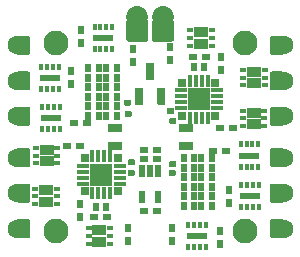
<source format=gbs>
G04 #@! TF.GenerationSoftware,KiCad,Pcbnew,(2018-02-05 revision d1a45d147)-makepkg*
G04 #@! TF.CreationDate,2019-01-14T08:16:46-05:00*
G04 #@! TF.ProjectId,6s4in1,367334696E312E6B696361645F706362,rev?*
G04 #@! TF.SameCoordinates,Original*
G04 #@! TF.FileFunction,Soldermask,Bot*
G04 #@! TF.FilePolarity,Negative*
%FSLAX46Y46*%
G04 Gerber Fmt 4.6, Leading zero omitted, Abs format (unit mm)*
G04 Created by KiCad (PCBNEW (2018-02-05 revision d1a45d147)-makepkg) date 01/14/19 08:16:46*
%MOMM*%
%LPD*%
G01*
G04 APERTURE LIST*
%ADD10C,0.609600*%
%ADD11C,0.100000*%
%ADD12C,1.851600*%
%ADD13C,0.501600*%
%ADD14R,0.501600X0.701600*%
%ADD15C,1.201600*%
%ADD16C,1.601600*%
%ADD17C,0.601600*%
%ADD18C,2.101600*%
%ADD19R,1.301600X0.701600*%
%ADD20R,0.701600X0.601600*%
%ADD21R,0.601600X0.701600*%
%ADD22R,0.351600X0.601600*%
%ADD23R,1.701600X0.581600*%
%ADD24R,1.151600X0.871600*%
%ADD25R,0.571600X0.451600*%
%ADD26C,0.701600*%
%ADD27R,0.501600X1.001600*%
%ADD28R,0.701600X0.701600*%
%ADD29R,0.401600X1.001600*%
%ADD30R,1.901600X1.901600*%
%ADD31R,1.001600X0.401600*%
G04 APERTURE END LIST*
D10*
X29470000Y-21000000D03*
X28920000Y-21000000D03*
X28370000Y-21000000D03*
X28920000Y-21550000D03*
D11*
G36*
X29678789Y-20075092D02*
X29696763Y-20077758D01*
X29714389Y-20082173D01*
X29731498Y-20088294D01*
X29747924Y-20096063D01*
X29763509Y-20105405D01*
X29778104Y-20116229D01*
X29791568Y-20128432D01*
X29803771Y-20141896D01*
X29814595Y-20156491D01*
X29823937Y-20172076D01*
X29831706Y-20188502D01*
X29837827Y-20205611D01*
X29842242Y-20223237D01*
X29844908Y-20241211D01*
X29845800Y-20259360D01*
X29845800Y-21740640D01*
X29844908Y-21758789D01*
X29842242Y-21776763D01*
X29837827Y-21794389D01*
X29831706Y-21811498D01*
X29823937Y-21827924D01*
X29814595Y-21843509D01*
X29803771Y-21858104D01*
X29791568Y-21871568D01*
X29778104Y-21883771D01*
X29763509Y-21894595D01*
X29747924Y-21903937D01*
X29731498Y-21911706D01*
X29714389Y-21917827D01*
X29696763Y-21922242D01*
X29678789Y-21924908D01*
X29660640Y-21925800D01*
X28179360Y-21925800D01*
X28161211Y-21924908D01*
X28143237Y-21922242D01*
X28125611Y-21917827D01*
X28108502Y-21911706D01*
X28092076Y-21903937D01*
X28076491Y-21894595D01*
X28061896Y-21883771D01*
X28048432Y-21871568D01*
X28036229Y-21858104D01*
X28025405Y-21843509D01*
X28016063Y-21827924D01*
X28008294Y-21811498D01*
X28002173Y-21794389D01*
X27997758Y-21776763D01*
X27995092Y-21758789D01*
X27994200Y-21740640D01*
X27994200Y-20259360D01*
X27995092Y-20241211D01*
X27997758Y-20223237D01*
X28002173Y-20205611D01*
X28008294Y-20188502D01*
X28016063Y-20172076D01*
X28025405Y-20156491D01*
X28036229Y-20141896D01*
X28048432Y-20128432D01*
X28061896Y-20116229D01*
X28076491Y-20105405D01*
X28092076Y-20096063D01*
X28108502Y-20088294D01*
X28125611Y-20082173D01*
X28143237Y-20077758D01*
X28161211Y-20075092D01*
X28179360Y-20074200D01*
X29660640Y-20074200D01*
X29678789Y-20075092D01*
X29678789Y-20075092D01*
G37*
D12*
X28920000Y-21000000D03*
D10*
X28370000Y-20450000D03*
X29470000Y-20450000D03*
X28370000Y-21550000D03*
X29470000Y-21550000D03*
D12*
X28920000Y-19800000D03*
D10*
X31630000Y-21000000D03*
X31080000Y-21000000D03*
X30530000Y-21000000D03*
X31080000Y-21550000D03*
D11*
G36*
X31838789Y-20075092D02*
X31856763Y-20077758D01*
X31874389Y-20082173D01*
X31891498Y-20088294D01*
X31907924Y-20096063D01*
X31923509Y-20105405D01*
X31938104Y-20116229D01*
X31951568Y-20128432D01*
X31963771Y-20141896D01*
X31974595Y-20156491D01*
X31983937Y-20172076D01*
X31991706Y-20188502D01*
X31997827Y-20205611D01*
X32002242Y-20223237D01*
X32004908Y-20241211D01*
X32005800Y-20259360D01*
X32005800Y-21740640D01*
X32004908Y-21758789D01*
X32002242Y-21776763D01*
X31997827Y-21794389D01*
X31991706Y-21811498D01*
X31983937Y-21827924D01*
X31974595Y-21843509D01*
X31963771Y-21858104D01*
X31951568Y-21871568D01*
X31938104Y-21883771D01*
X31923509Y-21894595D01*
X31907924Y-21903937D01*
X31891498Y-21911706D01*
X31874389Y-21917827D01*
X31856763Y-21922242D01*
X31838789Y-21924908D01*
X31820640Y-21925800D01*
X30339360Y-21925800D01*
X30321211Y-21924908D01*
X30303237Y-21922242D01*
X30285611Y-21917827D01*
X30268502Y-21911706D01*
X30252076Y-21903937D01*
X30236491Y-21894595D01*
X30221896Y-21883771D01*
X30208432Y-21871568D01*
X30196229Y-21858104D01*
X30185405Y-21843509D01*
X30176063Y-21827924D01*
X30168294Y-21811498D01*
X30162173Y-21794389D01*
X30157758Y-21776763D01*
X30155092Y-21758789D01*
X30154200Y-21740640D01*
X30154200Y-20259360D01*
X30155092Y-20241211D01*
X30157758Y-20223237D01*
X30162173Y-20205611D01*
X30168294Y-20188502D01*
X30176063Y-20172076D01*
X30185405Y-20156491D01*
X30196229Y-20141896D01*
X30208432Y-20128432D01*
X30221896Y-20116229D01*
X30236491Y-20105405D01*
X30252076Y-20096063D01*
X30268502Y-20088294D01*
X30285611Y-20082173D01*
X30303237Y-20077758D01*
X30321211Y-20075092D01*
X30339360Y-20074200D01*
X31820640Y-20074200D01*
X31838789Y-20075092D01*
X31838789Y-20075092D01*
G37*
D12*
X31080000Y-21000000D03*
D10*
X30530000Y-20450000D03*
X31630000Y-20450000D03*
X30530000Y-21550000D03*
X31630000Y-21550000D03*
D12*
X31080000Y-19800000D03*
D11*
G36*
X32117691Y-28369804D02*
X32129864Y-28371610D01*
X32141802Y-28374600D01*
X32153389Y-28378746D01*
X32164513Y-28384007D01*
X32175069Y-28390334D01*
X32184953Y-28397664D01*
X32194071Y-28405929D01*
X32202336Y-28415047D01*
X32209666Y-28424931D01*
X32215993Y-28435487D01*
X32221254Y-28446611D01*
X32225400Y-28458198D01*
X32228390Y-28470136D01*
X32230196Y-28482309D01*
X32230800Y-28494600D01*
X32230800Y-28745400D01*
X32230196Y-28757691D01*
X32228390Y-28769864D01*
X32225400Y-28781802D01*
X32221254Y-28793389D01*
X32215993Y-28804513D01*
X32209666Y-28815069D01*
X32202336Y-28824953D01*
X32194071Y-28834071D01*
X32184953Y-28842336D01*
X32175069Y-28849666D01*
X32164513Y-28855993D01*
X32153389Y-28861254D01*
X32141802Y-28865400D01*
X32129864Y-28868390D01*
X32117691Y-28870196D01*
X32105400Y-28870800D01*
X31754600Y-28870800D01*
X31742309Y-28870196D01*
X31730136Y-28868390D01*
X31718198Y-28865400D01*
X31706611Y-28861254D01*
X31695487Y-28855993D01*
X31684931Y-28849666D01*
X31675047Y-28842336D01*
X31665929Y-28834071D01*
X31657664Y-28824953D01*
X31650334Y-28815069D01*
X31644007Y-28804513D01*
X31638746Y-28793389D01*
X31634600Y-28781802D01*
X31631610Y-28769864D01*
X31629804Y-28757691D01*
X31629200Y-28745400D01*
X31629200Y-28494600D01*
X31629804Y-28482309D01*
X31631610Y-28470136D01*
X31634600Y-28458198D01*
X31638746Y-28446611D01*
X31644007Y-28435487D01*
X31650334Y-28424931D01*
X31657664Y-28415047D01*
X31665929Y-28405929D01*
X31675047Y-28397664D01*
X31684931Y-28390334D01*
X31695487Y-28384007D01*
X31706611Y-28378746D01*
X31718198Y-28374600D01*
X31730136Y-28371610D01*
X31742309Y-28369804D01*
X31754600Y-28369200D01*
X32105400Y-28369200D01*
X32117691Y-28369804D01*
X32117691Y-28369804D01*
G37*
D13*
X31930000Y-28620000D03*
D11*
G36*
X31917691Y-27539804D02*
X31929864Y-27541610D01*
X31941802Y-27544600D01*
X31953389Y-27548746D01*
X31964513Y-27554007D01*
X31975069Y-27560334D01*
X31984953Y-27567664D01*
X31994071Y-27575929D01*
X32002336Y-27585047D01*
X32009666Y-27594931D01*
X32015993Y-27605487D01*
X32021254Y-27616611D01*
X32025400Y-27628198D01*
X32028390Y-27640136D01*
X32030196Y-27652309D01*
X32030800Y-27664600D01*
X32030800Y-27915400D01*
X32030196Y-27927691D01*
X32028390Y-27939864D01*
X32025400Y-27951802D01*
X32021254Y-27963389D01*
X32015993Y-27974513D01*
X32009666Y-27985069D01*
X32002336Y-27994953D01*
X31994071Y-28004071D01*
X31984953Y-28012336D01*
X31975069Y-28019666D01*
X31964513Y-28025993D01*
X31953389Y-28031254D01*
X31941802Y-28035400D01*
X31929864Y-28038390D01*
X31917691Y-28040196D01*
X31905400Y-28040800D01*
X31554600Y-28040800D01*
X31542309Y-28040196D01*
X31530136Y-28038390D01*
X31518198Y-28035400D01*
X31506611Y-28031254D01*
X31495487Y-28025993D01*
X31484931Y-28019666D01*
X31475047Y-28012336D01*
X31465929Y-28004071D01*
X31457664Y-27994953D01*
X31450334Y-27985069D01*
X31444007Y-27974513D01*
X31438746Y-27963389D01*
X31434600Y-27951802D01*
X31431610Y-27939864D01*
X31429804Y-27927691D01*
X31429200Y-27915400D01*
X31429200Y-27664600D01*
X31429804Y-27652309D01*
X31431610Y-27640136D01*
X31434600Y-27628198D01*
X31438746Y-27616611D01*
X31444007Y-27605487D01*
X31450334Y-27594931D01*
X31457664Y-27585047D01*
X31465929Y-27575929D01*
X31475047Y-27567664D01*
X31484931Y-27560334D01*
X31495487Y-27554007D01*
X31506611Y-27548746D01*
X31518198Y-27544600D01*
X31530136Y-27541610D01*
X31542309Y-27539804D01*
X31554600Y-27539200D01*
X31905400Y-27539200D01*
X31917691Y-27539804D01*
X31917691Y-27539804D01*
G37*
D13*
X31730000Y-27790000D03*
D11*
G36*
X28327691Y-27829804D02*
X28339864Y-27831610D01*
X28351802Y-27834600D01*
X28363389Y-27838746D01*
X28374513Y-27844007D01*
X28385069Y-27850334D01*
X28394953Y-27857664D01*
X28404071Y-27865929D01*
X28412336Y-27875047D01*
X28419666Y-27884931D01*
X28425993Y-27895487D01*
X28431254Y-27906611D01*
X28435400Y-27918198D01*
X28438390Y-27930136D01*
X28440196Y-27942309D01*
X28440800Y-27954600D01*
X28440800Y-28205400D01*
X28440196Y-28217691D01*
X28438390Y-28229864D01*
X28435400Y-28241802D01*
X28431254Y-28253389D01*
X28425993Y-28264513D01*
X28419666Y-28275069D01*
X28412336Y-28284953D01*
X28404071Y-28294071D01*
X28394953Y-28302336D01*
X28385069Y-28309666D01*
X28374513Y-28315993D01*
X28363389Y-28321254D01*
X28351802Y-28325400D01*
X28339864Y-28328390D01*
X28327691Y-28330196D01*
X28315400Y-28330800D01*
X27964600Y-28330800D01*
X27952309Y-28330196D01*
X27940136Y-28328390D01*
X27928198Y-28325400D01*
X27916611Y-28321254D01*
X27905487Y-28315993D01*
X27894931Y-28309666D01*
X27885047Y-28302336D01*
X27875929Y-28294071D01*
X27867664Y-28284953D01*
X27860334Y-28275069D01*
X27854007Y-28264513D01*
X27848746Y-28253389D01*
X27844600Y-28241802D01*
X27841610Y-28229864D01*
X27839804Y-28217691D01*
X27839200Y-28205400D01*
X27839200Y-27954600D01*
X27839804Y-27942309D01*
X27841610Y-27930136D01*
X27844600Y-27918198D01*
X27848746Y-27906611D01*
X27854007Y-27895487D01*
X27860334Y-27884931D01*
X27867664Y-27875047D01*
X27875929Y-27865929D01*
X27885047Y-27857664D01*
X27894931Y-27850334D01*
X27905487Y-27844007D01*
X27916611Y-27838746D01*
X27928198Y-27834600D01*
X27940136Y-27831610D01*
X27952309Y-27829804D01*
X27964600Y-27829200D01*
X28315400Y-27829200D01*
X28327691Y-27829804D01*
X28327691Y-27829804D01*
G37*
D13*
X28140000Y-28080000D03*
D11*
G36*
X28297691Y-26839804D02*
X28309864Y-26841610D01*
X28321802Y-26844600D01*
X28333389Y-26848746D01*
X28344513Y-26854007D01*
X28355069Y-26860334D01*
X28364953Y-26867664D01*
X28374071Y-26875929D01*
X28382336Y-26885047D01*
X28389666Y-26894931D01*
X28395993Y-26905487D01*
X28401254Y-26916611D01*
X28405400Y-26928198D01*
X28408390Y-26940136D01*
X28410196Y-26952309D01*
X28410800Y-26964600D01*
X28410800Y-27215400D01*
X28410196Y-27227691D01*
X28408390Y-27239864D01*
X28405400Y-27251802D01*
X28401254Y-27263389D01*
X28395993Y-27274513D01*
X28389666Y-27285069D01*
X28382336Y-27294953D01*
X28374071Y-27304071D01*
X28364953Y-27312336D01*
X28355069Y-27319666D01*
X28344513Y-27325993D01*
X28333389Y-27331254D01*
X28321802Y-27335400D01*
X28309864Y-27338390D01*
X28297691Y-27340196D01*
X28285400Y-27340800D01*
X27934600Y-27340800D01*
X27922309Y-27340196D01*
X27910136Y-27338390D01*
X27898198Y-27335400D01*
X27886611Y-27331254D01*
X27875487Y-27325993D01*
X27864931Y-27319666D01*
X27855047Y-27312336D01*
X27845929Y-27304071D01*
X27837664Y-27294953D01*
X27830334Y-27285069D01*
X27824007Y-27274513D01*
X27818746Y-27263389D01*
X27814600Y-27251802D01*
X27811610Y-27239864D01*
X27809804Y-27227691D01*
X27809200Y-27215400D01*
X27809200Y-26964600D01*
X27809804Y-26952309D01*
X27811610Y-26940136D01*
X27814600Y-26928198D01*
X27818746Y-26916611D01*
X27824007Y-26905487D01*
X27830334Y-26894931D01*
X27837664Y-26885047D01*
X27845929Y-26875929D01*
X27855047Y-26867664D01*
X27864931Y-26860334D01*
X27875487Y-26854007D01*
X27886611Y-26848746D01*
X27898198Y-26844600D01*
X27910136Y-26841610D01*
X27922309Y-26839804D01*
X27934600Y-26839200D01*
X28285400Y-26839200D01*
X28297691Y-26839804D01*
X28297691Y-26839804D01*
G37*
D13*
X28110000Y-27090000D03*
D11*
G36*
X28587691Y-32779804D02*
X28599864Y-32781610D01*
X28611802Y-32784600D01*
X28623389Y-32788746D01*
X28634513Y-32794007D01*
X28645069Y-32800334D01*
X28654953Y-32807664D01*
X28664071Y-32815929D01*
X28672336Y-32825047D01*
X28679666Y-32834931D01*
X28685993Y-32845487D01*
X28691254Y-32856611D01*
X28695400Y-32868198D01*
X28698390Y-32880136D01*
X28700196Y-32892309D01*
X28700800Y-32904600D01*
X28700800Y-33155400D01*
X28700196Y-33167691D01*
X28698390Y-33179864D01*
X28695400Y-33191802D01*
X28691254Y-33203389D01*
X28685993Y-33214513D01*
X28679666Y-33225069D01*
X28672336Y-33234953D01*
X28664071Y-33244071D01*
X28654953Y-33252336D01*
X28645069Y-33259666D01*
X28634513Y-33265993D01*
X28623389Y-33271254D01*
X28611802Y-33275400D01*
X28599864Y-33278390D01*
X28587691Y-33280196D01*
X28575400Y-33280800D01*
X28224600Y-33280800D01*
X28212309Y-33280196D01*
X28200136Y-33278390D01*
X28188198Y-33275400D01*
X28176611Y-33271254D01*
X28165487Y-33265993D01*
X28154931Y-33259666D01*
X28145047Y-33252336D01*
X28135929Y-33244071D01*
X28127664Y-33234953D01*
X28120334Y-33225069D01*
X28114007Y-33214513D01*
X28108746Y-33203389D01*
X28104600Y-33191802D01*
X28101610Y-33179864D01*
X28099804Y-33167691D01*
X28099200Y-33155400D01*
X28099200Y-32904600D01*
X28099804Y-32892309D01*
X28101610Y-32880136D01*
X28104600Y-32868198D01*
X28108746Y-32856611D01*
X28114007Y-32845487D01*
X28120334Y-32834931D01*
X28127664Y-32825047D01*
X28135929Y-32815929D01*
X28145047Y-32807664D01*
X28154931Y-32800334D01*
X28165487Y-32794007D01*
X28176611Y-32788746D01*
X28188198Y-32784600D01*
X28200136Y-32781610D01*
X28212309Y-32779804D01*
X28224600Y-32779200D01*
X28575400Y-32779200D01*
X28587691Y-32779804D01*
X28587691Y-32779804D01*
G37*
D13*
X28400000Y-33030000D03*
D11*
G36*
X28607691Y-31879804D02*
X28619864Y-31881610D01*
X28631802Y-31884600D01*
X28643389Y-31888746D01*
X28654513Y-31894007D01*
X28665069Y-31900334D01*
X28674953Y-31907664D01*
X28684071Y-31915929D01*
X28692336Y-31925047D01*
X28699666Y-31934931D01*
X28705993Y-31945487D01*
X28711254Y-31956611D01*
X28715400Y-31968198D01*
X28718390Y-31980136D01*
X28720196Y-31992309D01*
X28720800Y-32004600D01*
X28720800Y-32255400D01*
X28720196Y-32267691D01*
X28718390Y-32279864D01*
X28715400Y-32291802D01*
X28711254Y-32303389D01*
X28705993Y-32314513D01*
X28699666Y-32325069D01*
X28692336Y-32334953D01*
X28684071Y-32344071D01*
X28674953Y-32352336D01*
X28665069Y-32359666D01*
X28654513Y-32365993D01*
X28643389Y-32371254D01*
X28631802Y-32375400D01*
X28619864Y-32378390D01*
X28607691Y-32380196D01*
X28595400Y-32380800D01*
X28244600Y-32380800D01*
X28232309Y-32380196D01*
X28220136Y-32378390D01*
X28208198Y-32375400D01*
X28196611Y-32371254D01*
X28185487Y-32365993D01*
X28174931Y-32359666D01*
X28165047Y-32352336D01*
X28155929Y-32344071D01*
X28147664Y-32334953D01*
X28140334Y-32325069D01*
X28134007Y-32314513D01*
X28128746Y-32303389D01*
X28124600Y-32291802D01*
X28121610Y-32279864D01*
X28119804Y-32267691D01*
X28119200Y-32255400D01*
X28119200Y-32004600D01*
X28119804Y-31992309D01*
X28121610Y-31980136D01*
X28124600Y-31968198D01*
X28128746Y-31956611D01*
X28134007Y-31945487D01*
X28140334Y-31934931D01*
X28147664Y-31925047D01*
X28155929Y-31915929D01*
X28165047Y-31907664D01*
X28174931Y-31900334D01*
X28185487Y-31894007D01*
X28196611Y-31888746D01*
X28208198Y-31884600D01*
X28220136Y-31881610D01*
X28232309Y-31879804D01*
X28244600Y-31879200D01*
X28595400Y-31879200D01*
X28607691Y-31879804D01*
X28607691Y-31879804D01*
G37*
D13*
X28420000Y-32130000D03*
D11*
G36*
X32057691Y-32809804D02*
X32069864Y-32811610D01*
X32081802Y-32814600D01*
X32093389Y-32818746D01*
X32104513Y-32824007D01*
X32115069Y-32830334D01*
X32124953Y-32837664D01*
X32134071Y-32845929D01*
X32142336Y-32855047D01*
X32149666Y-32864931D01*
X32155993Y-32875487D01*
X32161254Y-32886611D01*
X32165400Y-32898198D01*
X32168390Y-32910136D01*
X32170196Y-32922309D01*
X32170800Y-32934600D01*
X32170800Y-33185400D01*
X32170196Y-33197691D01*
X32168390Y-33209864D01*
X32165400Y-33221802D01*
X32161254Y-33233389D01*
X32155993Y-33244513D01*
X32149666Y-33255069D01*
X32142336Y-33264953D01*
X32134071Y-33274071D01*
X32124953Y-33282336D01*
X32115069Y-33289666D01*
X32104513Y-33295993D01*
X32093389Y-33301254D01*
X32081802Y-33305400D01*
X32069864Y-33308390D01*
X32057691Y-33310196D01*
X32045400Y-33310800D01*
X31694600Y-33310800D01*
X31682309Y-33310196D01*
X31670136Y-33308390D01*
X31658198Y-33305400D01*
X31646611Y-33301254D01*
X31635487Y-33295993D01*
X31624931Y-33289666D01*
X31615047Y-33282336D01*
X31605929Y-33274071D01*
X31597664Y-33264953D01*
X31590334Y-33255069D01*
X31584007Y-33244513D01*
X31578746Y-33233389D01*
X31574600Y-33221802D01*
X31571610Y-33209864D01*
X31569804Y-33197691D01*
X31569200Y-33185400D01*
X31569200Y-32934600D01*
X31569804Y-32922309D01*
X31571610Y-32910136D01*
X31574600Y-32898198D01*
X31578746Y-32886611D01*
X31584007Y-32875487D01*
X31590334Y-32864931D01*
X31597664Y-32855047D01*
X31605929Y-32845929D01*
X31615047Y-32837664D01*
X31624931Y-32830334D01*
X31635487Y-32824007D01*
X31646611Y-32818746D01*
X31658198Y-32814600D01*
X31670136Y-32811610D01*
X31682309Y-32809804D01*
X31694600Y-32809200D01*
X32045400Y-32809200D01*
X32057691Y-32809804D01*
X32057691Y-32809804D01*
G37*
D13*
X31870000Y-33060000D03*
D11*
G36*
X32097691Y-32039804D02*
X32109864Y-32041610D01*
X32121802Y-32044600D01*
X32133389Y-32048746D01*
X32144513Y-32054007D01*
X32155069Y-32060334D01*
X32164953Y-32067664D01*
X32174071Y-32075929D01*
X32182336Y-32085047D01*
X32189666Y-32094931D01*
X32195993Y-32105487D01*
X32201254Y-32116611D01*
X32205400Y-32128198D01*
X32208390Y-32140136D01*
X32210196Y-32152309D01*
X32210800Y-32164600D01*
X32210800Y-32415400D01*
X32210196Y-32427691D01*
X32208390Y-32439864D01*
X32205400Y-32451802D01*
X32201254Y-32463389D01*
X32195993Y-32474513D01*
X32189666Y-32485069D01*
X32182336Y-32494953D01*
X32174071Y-32504071D01*
X32164953Y-32512336D01*
X32155069Y-32519666D01*
X32144513Y-32525993D01*
X32133389Y-32531254D01*
X32121802Y-32535400D01*
X32109864Y-32538390D01*
X32097691Y-32540196D01*
X32085400Y-32540800D01*
X31734600Y-32540800D01*
X31722309Y-32540196D01*
X31710136Y-32538390D01*
X31698198Y-32535400D01*
X31686611Y-32531254D01*
X31675487Y-32525993D01*
X31664931Y-32519666D01*
X31655047Y-32512336D01*
X31645929Y-32504071D01*
X31637664Y-32494953D01*
X31630334Y-32485069D01*
X31624007Y-32474513D01*
X31618746Y-32463389D01*
X31614600Y-32451802D01*
X31611610Y-32439864D01*
X31609804Y-32427691D01*
X31609200Y-32415400D01*
X31609200Y-32164600D01*
X31609804Y-32152309D01*
X31611610Y-32140136D01*
X31614600Y-32128198D01*
X31618746Y-32116611D01*
X31624007Y-32105487D01*
X31630334Y-32094931D01*
X31637664Y-32085047D01*
X31645929Y-32075929D01*
X31655047Y-32067664D01*
X31664931Y-32060334D01*
X31675487Y-32054007D01*
X31686611Y-32048746D01*
X31698198Y-32044600D01*
X31710136Y-32041610D01*
X31722309Y-32039804D01*
X31734600Y-32039200D01*
X32085400Y-32039200D01*
X32097691Y-32039804D01*
X32097691Y-32039804D01*
G37*
D13*
X31910000Y-32290000D03*
D14*
X32839336Y-35836136D03*
X33739336Y-35836136D03*
D11*
G36*
X19688227Y-36950068D02*
X19705723Y-36952663D01*
X19722881Y-36956961D01*
X19739535Y-36962920D01*
X19755525Y-36970483D01*
X19770696Y-36979576D01*
X19784903Y-36990113D01*
X19798009Y-37001991D01*
X19809887Y-37015097D01*
X19820424Y-37029304D01*
X19829517Y-37044475D01*
X19837080Y-37060465D01*
X19843039Y-37077119D01*
X19847337Y-37094277D01*
X19849932Y-37111773D01*
X19850800Y-37129440D01*
X19850800Y-38370560D01*
X19849932Y-38388227D01*
X19847337Y-38405723D01*
X19843039Y-38422881D01*
X19837080Y-38439535D01*
X19829517Y-38455525D01*
X19820424Y-38470696D01*
X19809887Y-38484903D01*
X19798009Y-38498009D01*
X19784903Y-38509887D01*
X19770696Y-38520424D01*
X19755525Y-38529517D01*
X19739535Y-38537080D01*
X19722881Y-38543039D01*
X19705723Y-38547337D01*
X19688227Y-38549932D01*
X19670560Y-38550800D01*
X18829440Y-38550800D01*
X18811773Y-38549932D01*
X18794277Y-38547337D01*
X18777119Y-38543039D01*
X18760465Y-38537080D01*
X18744475Y-38529517D01*
X18729304Y-38520424D01*
X18715097Y-38509887D01*
X18701991Y-38498009D01*
X18690113Y-38484903D01*
X18679576Y-38470696D01*
X18670483Y-38455525D01*
X18662920Y-38439535D01*
X18656961Y-38422881D01*
X18652663Y-38405723D01*
X18650068Y-38388227D01*
X18649200Y-38370560D01*
X18649200Y-37129440D01*
X18650068Y-37111773D01*
X18652663Y-37094277D01*
X18656961Y-37077119D01*
X18662920Y-37060465D01*
X18670483Y-37044475D01*
X18679576Y-37029304D01*
X18690113Y-37015097D01*
X18701991Y-37001991D01*
X18715097Y-36990113D01*
X18729304Y-36979576D01*
X18744475Y-36970483D01*
X18760465Y-36962920D01*
X18777119Y-36956961D01*
X18794277Y-36952663D01*
X18811773Y-36950068D01*
X18829440Y-36949200D01*
X19670560Y-36949200D01*
X19688227Y-36950068D01*
X19688227Y-36950068D01*
G37*
D15*
X19250000Y-37750000D03*
D16*
X18700000Y-37750000D03*
D17*
X19550000Y-37250000D03*
X19550000Y-38250000D03*
D11*
G36*
X41188227Y-36950068D02*
X41205723Y-36952663D01*
X41222881Y-36956961D01*
X41239535Y-36962920D01*
X41255525Y-36970483D01*
X41270696Y-36979576D01*
X41284903Y-36990113D01*
X41298009Y-37001991D01*
X41309887Y-37015097D01*
X41320424Y-37029304D01*
X41329517Y-37044475D01*
X41337080Y-37060465D01*
X41343039Y-37077119D01*
X41347337Y-37094277D01*
X41349932Y-37111773D01*
X41350800Y-37129440D01*
X41350800Y-38370560D01*
X41349932Y-38388227D01*
X41347337Y-38405723D01*
X41343039Y-38422881D01*
X41337080Y-38439535D01*
X41329517Y-38455525D01*
X41320424Y-38470696D01*
X41309887Y-38484903D01*
X41298009Y-38498009D01*
X41284903Y-38509887D01*
X41270696Y-38520424D01*
X41255525Y-38529517D01*
X41239535Y-38537080D01*
X41222881Y-38543039D01*
X41205723Y-38547337D01*
X41188227Y-38549932D01*
X41170560Y-38550800D01*
X40329440Y-38550800D01*
X40311773Y-38549932D01*
X40294277Y-38547337D01*
X40277119Y-38543039D01*
X40260465Y-38537080D01*
X40244475Y-38529517D01*
X40229304Y-38520424D01*
X40215097Y-38509887D01*
X40201991Y-38498009D01*
X40190113Y-38484903D01*
X40179576Y-38470696D01*
X40170483Y-38455525D01*
X40162920Y-38439535D01*
X40156961Y-38422881D01*
X40152663Y-38405723D01*
X40150068Y-38388227D01*
X40149200Y-38370560D01*
X40149200Y-37129440D01*
X40150068Y-37111773D01*
X40152663Y-37094277D01*
X40156961Y-37077119D01*
X40162920Y-37060465D01*
X40170483Y-37044475D01*
X40179576Y-37029304D01*
X40190113Y-37015097D01*
X40201991Y-37001991D01*
X40215097Y-36990113D01*
X40229304Y-36979576D01*
X40244475Y-36970483D01*
X40260465Y-36962920D01*
X40277119Y-36956961D01*
X40294277Y-36952663D01*
X40311773Y-36950068D01*
X40329440Y-36949200D01*
X41170560Y-36949200D01*
X41188227Y-36950068D01*
X41188227Y-36950068D01*
G37*
D15*
X40750000Y-37750000D03*
D16*
X41300000Y-37750000D03*
D17*
X40450000Y-37250000D03*
X40450000Y-38250000D03*
D14*
X27160000Y-24970000D03*
X26260000Y-24970000D03*
D11*
G36*
X19688227Y-33950068D02*
X19705723Y-33952663D01*
X19722881Y-33956961D01*
X19739535Y-33962920D01*
X19755525Y-33970483D01*
X19770696Y-33979576D01*
X19784903Y-33990113D01*
X19798009Y-34001991D01*
X19809887Y-34015097D01*
X19820424Y-34029304D01*
X19829517Y-34044475D01*
X19837080Y-34060465D01*
X19843039Y-34077119D01*
X19847337Y-34094277D01*
X19849932Y-34111773D01*
X19850800Y-34129440D01*
X19850800Y-35370560D01*
X19849932Y-35388227D01*
X19847337Y-35405723D01*
X19843039Y-35422881D01*
X19837080Y-35439535D01*
X19829517Y-35455525D01*
X19820424Y-35470696D01*
X19809887Y-35484903D01*
X19798009Y-35498009D01*
X19784903Y-35509887D01*
X19770696Y-35520424D01*
X19755525Y-35529517D01*
X19739535Y-35537080D01*
X19722881Y-35543039D01*
X19705723Y-35547337D01*
X19688227Y-35549932D01*
X19670560Y-35550800D01*
X18829440Y-35550800D01*
X18811773Y-35549932D01*
X18794277Y-35547337D01*
X18777119Y-35543039D01*
X18760465Y-35537080D01*
X18744475Y-35529517D01*
X18729304Y-35520424D01*
X18715097Y-35509887D01*
X18701991Y-35498009D01*
X18690113Y-35484903D01*
X18679576Y-35470696D01*
X18670483Y-35455525D01*
X18662920Y-35439535D01*
X18656961Y-35422881D01*
X18652663Y-35405723D01*
X18650068Y-35388227D01*
X18649200Y-35370560D01*
X18649200Y-34129440D01*
X18650068Y-34111773D01*
X18652663Y-34094277D01*
X18656961Y-34077119D01*
X18662920Y-34060465D01*
X18670483Y-34044475D01*
X18679576Y-34029304D01*
X18690113Y-34015097D01*
X18701991Y-34001991D01*
X18715097Y-33990113D01*
X18729304Y-33979576D01*
X18744475Y-33970483D01*
X18760465Y-33962920D01*
X18777119Y-33956961D01*
X18794277Y-33952663D01*
X18811773Y-33950068D01*
X18829440Y-33949200D01*
X19670560Y-33949200D01*
X19688227Y-33950068D01*
X19688227Y-33950068D01*
G37*
D15*
X19250000Y-34750000D03*
D16*
X18700000Y-34750000D03*
D17*
X19550000Y-34250000D03*
X19550000Y-35250000D03*
D11*
G36*
X19688227Y-21450068D02*
X19705723Y-21452663D01*
X19722881Y-21456961D01*
X19739535Y-21462920D01*
X19755525Y-21470483D01*
X19770696Y-21479576D01*
X19784903Y-21490113D01*
X19798009Y-21501991D01*
X19809887Y-21515097D01*
X19820424Y-21529304D01*
X19829517Y-21544475D01*
X19837080Y-21560465D01*
X19843039Y-21577119D01*
X19847337Y-21594277D01*
X19849932Y-21611773D01*
X19850800Y-21629440D01*
X19850800Y-22870560D01*
X19849932Y-22888227D01*
X19847337Y-22905723D01*
X19843039Y-22922881D01*
X19837080Y-22939535D01*
X19829517Y-22955525D01*
X19820424Y-22970696D01*
X19809887Y-22984903D01*
X19798009Y-22998009D01*
X19784903Y-23009887D01*
X19770696Y-23020424D01*
X19755525Y-23029517D01*
X19739535Y-23037080D01*
X19722881Y-23043039D01*
X19705723Y-23047337D01*
X19688227Y-23049932D01*
X19670560Y-23050800D01*
X18829440Y-23050800D01*
X18811773Y-23049932D01*
X18794277Y-23047337D01*
X18777119Y-23043039D01*
X18760465Y-23037080D01*
X18744475Y-23029517D01*
X18729304Y-23020424D01*
X18715097Y-23009887D01*
X18701991Y-22998009D01*
X18690113Y-22984903D01*
X18679576Y-22970696D01*
X18670483Y-22955525D01*
X18662920Y-22939535D01*
X18656961Y-22922881D01*
X18652663Y-22905723D01*
X18650068Y-22888227D01*
X18649200Y-22870560D01*
X18649200Y-21629440D01*
X18650068Y-21611773D01*
X18652663Y-21594277D01*
X18656961Y-21577119D01*
X18662920Y-21560465D01*
X18670483Y-21544475D01*
X18679576Y-21529304D01*
X18690113Y-21515097D01*
X18701991Y-21501991D01*
X18715097Y-21490113D01*
X18729304Y-21479576D01*
X18744475Y-21470483D01*
X18760465Y-21462920D01*
X18777119Y-21456961D01*
X18794277Y-21452663D01*
X18811773Y-21450068D01*
X18829440Y-21449200D01*
X19670560Y-21449200D01*
X19688227Y-21450068D01*
X19688227Y-21450068D01*
G37*
D15*
X19250000Y-22250000D03*
D16*
X18700000Y-22250000D03*
D17*
X19550000Y-22750000D03*
X19550000Y-21750000D03*
D14*
X24760664Y-25773864D03*
X25660664Y-25773864D03*
X24760000Y-24970000D03*
X25660000Y-24970000D03*
X27160000Y-26580000D03*
X26260000Y-26580000D03*
D18*
X22000000Y-22000000D03*
D11*
G36*
X19688227Y-30950068D02*
X19705723Y-30952663D01*
X19722881Y-30956961D01*
X19739535Y-30962920D01*
X19755525Y-30970483D01*
X19770696Y-30979576D01*
X19784903Y-30990113D01*
X19798009Y-31001991D01*
X19809887Y-31015097D01*
X19820424Y-31029304D01*
X19829517Y-31044475D01*
X19837080Y-31060465D01*
X19843039Y-31077119D01*
X19847337Y-31094277D01*
X19849932Y-31111773D01*
X19850800Y-31129440D01*
X19850800Y-32370560D01*
X19849932Y-32388227D01*
X19847337Y-32405723D01*
X19843039Y-32422881D01*
X19837080Y-32439535D01*
X19829517Y-32455525D01*
X19820424Y-32470696D01*
X19809887Y-32484903D01*
X19798009Y-32498009D01*
X19784903Y-32509887D01*
X19770696Y-32520424D01*
X19755525Y-32529517D01*
X19739535Y-32537080D01*
X19722881Y-32543039D01*
X19705723Y-32547337D01*
X19688227Y-32549932D01*
X19670560Y-32550800D01*
X18829440Y-32550800D01*
X18811773Y-32549932D01*
X18794277Y-32547337D01*
X18777119Y-32543039D01*
X18760465Y-32537080D01*
X18744475Y-32529517D01*
X18729304Y-32520424D01*
X18715097Y-32509887D01*
X18701991Y-32498009D01*
X18690113Y-32484903D01*
X18679576Y-32470696D01*
X18670483Y-32455525D01*
X18662920Y-32439535D01*
X18656961Y-32422881D01*
X18652663Y-32405723D01*
X18650068Y-32388227D01*
X18649200Y-32370560D01*
X18649200Y-31129440D01*
X18650068Y-31111773D01*
X18652663Y-31094277D01*
X18656961Y-31077119D01*
X18662920Y-31060465D01*
X18670483Y-31044475D01*
X18679576Y-31029304D01*
X18690113Y-31015097D01*
X18701991Y-31001991D01*
X18715097Y-30990113D01*
X18729304Y-30979576D01*
X18744475Y-30970483D01*
X18760465Y-30962920D01*
X18777119Y-30956961D01*
X18794277Y-30952663D01*
X18811773Y-30950068D01*
X18829440Y-30949200D01*
X19670560Y-30949200D01*
X19688227Y-30950068D01*
X19688227Y-30950068D01*
G37*
D15*
X19250000Y-31750000D03*
D16*
X18700000Y-31750000D03*
D17*
X19550000Y-31250000D03*
X19550000Y-32250000D03*
D11*
G36*
X41188227Y-33950068D02*
X41205723Y-33952663D01*
X41222881Y-33956961D01*
X41239535Y-33962920D01*
X41255525Y-33970483D01*
X41270696Y-33979576D01*
X41284903Y-33990113D01*
X41298009Y-34001991D01*
X41309887Y-34015097D01*
X41320424Y-34029304D01*
X41329517Y-34044475D01*
X41337080Y-34060465D01*
X41343039Y-34077119D01*
X41347337Y-34094277D01*
X41349932Y-34111773D01*
X41350800Y-34129440D01*
X41350800Y-35370560D01*
X41349932Y-35388227D01*
X41347337Y-35405723D01*
X41343039Y-35422881D01*
X41337080Y-35439535D01*
X41329517Y-35455525D01*
X41320424Y-35470696D01*
X41309887Y-35484903D01*
X41298009Y-35498009D01*
X41284903Y-35509887D01*
X41270696Y-35520424D01*
X41255525Y-35529517D01*
X41239535Y-35537080D01*
X41222881Y-35543039D01*
X41205723Y-35547337D01*
X41188227Y-35549932D01*
X41170560Y-35550800D01*
X40329440Y-35550800D01*
X40311773Y-35549932D01*
X40294277Y-35547337D01*
X40277119Y-35543039D01*
X40260465Y-35537080D01*
X40244475Y-35529517D01*
X40229304Y-35520424D01*
X40215097Y-35509887D01*
X40201991Y-35498009D01*
X40190113Y-35484903D01*
X40179576Y-35470696D01*
X40170483Y-35455525D01*
X40162920Y-35439535D01*
X40156961Y-35422881D01*
X40152663Y-35405723D01*
X40150068Y-35388227D01*
X40149200Y-35370560D01*
X40149200Y-34129440D01*
X40150068Y-34111773D01*
X40152663Y-34094277D01*
X40156961Y-34077119D01*
X40162920Y-34060465D01*
X40170483Y-34044475D01*
X40179576Y-34029304D01*
X40190113Y-34015097D01*
X40201991Y-34001991D01*
X40215097Y-33990113D01*
X40229304Y-33979576D01*
X40244475Y-33970483D01*
X40260465Y-33962920D01*
X40277119Y-33956961D01*
X40294277Y-33952663D01*
X40311773Y-33950068D01*
X40329440Y-33949200D01*
X41170560Y-33949200D01*
X41188227Y-33950068D01*
X41188227Y-33950068D01*
G37*
D15*
X40750000Y-34750000D03*
D16*
X41300000Y-34750000D03*
D17*
X40450000Y-34250000D03*
X40450000Y-35250000D03*
D11*
G36*
X41188227Y-30950068D02*
X41205723Y-30952663D01*
X41222881Y-30956961D01*
X41239535Y-30962920D01*
X41255525Y-30970483D01*
X41270696Y-30979576D01*
X41284903Y-30990113D01*
X41298009Y-31001991D01*
X41309887Y-31015097D01*
X41320424Y-31029304D01*
X41329517Y-31044475D01*
X41337080Y-31060465D01*
X41343039Y-31077119D01*
X41347337Y-31094277D01*
X41349932Y-31111773D01*
X41350800Y-31129440D01*
X41350800Y-32370560D01*
X41349932Y-32388227D01*
X41347337Y-32405723D01*
X41343039Y-32422881D01*
X41337080Y-32439535D01*
X41329517Y-32455525D01*
X41320424Y-32470696D01*
X41309887Y-32484903D01*
X41298009Y-32498009D01*
X41284903Y-32509887D01*
X41270696Y-32520424D01*
X41255525Y-32529517D01*
X41239535Y-32537080D01*
X41222881Y-32543039D01*
X41205723Y-32547337D01*
X41188227Y-32549932D01*
X41170560Y-32550800D01*
X40329440Y-32550800D01*
X40311773Y-32549932D01*
X40294277Y-32547337D01*
X40277119Y-32543039D01*
X40260465Y-32537080D01*
X40244475Y-32529517D01*
X40229304Y-32520424D01*
X40215097Y-32509887D01*
X40201991Y-32498009D01*
X40190113Y-32484903D01*
X40179576Y-32470696D01*
X40170483Y-32455525D01*
X40162920Y-32439535D01*
X40156961Y-32422881D01*
X40152663Y-32405723D01*
X40150068Y-32388227D01*
X40149200Y-32370560D01*
X40149200Y-31129440D01*
X40150068Y-31111773D01*
X40152663Y-31094277D01*
X40156961Y-31077119D01*
X40162920Y-31060465D01*
X40170483Y-31044475D01*
X40179576Y-31029304D01*
X40190113Y-31015097D01*
X40201991Y-31001991D01*
X40215097Y-30990113D01*
X40229304Y-30979576D01*
X40244475Y-30970483D01*
X40260465Y-30962920D01*
X40277119Y-30956961D01*
X40294277Y-30952663D01*
X40311773Y-30950068D01*
X40329440Y-30949200D01*
X41170560Y-30949200D01*
X41188227Y-30950068D01*
X41188227Y-30950068D01*
G37*
D15*
X40750000Y-31750000D03*
D16*
X41300000Y-31750000D03*
D17*
X40450000Y-31250000D03*
X40450000Y-32250000D03*
D11*
G36*
X19688227Y-24450068D02*
X19705723Y-24452663D01*
X19722881Y-24456961D01*
X19739535Y-24462920D01*
X19755525Y-24470483D01*
X19770696Y-24479576D01*
X19784903Y-24490113D01*
X19798009Y-24501991D01*
X19809887Y-24515097D01*
X19820424Y-24529304D01*
X19829517Y-24544475D01*
X19837080Y-24560465D01*
X19843039Y-24577119D01*
X19847337Y-24594277D01*
X19849932Y-24611773D01*
X19850800Y-24629440D01*
X19850800Y-25870560D01*
X19849932Y-25888227D01*
X19847337Y-25905723D01*
X19843039Y-25922881D01*
X19837080Y-25939535D01*
X19829517Y-25955525D01*
X19820424Y-25970696D01*
X19809887Y-25984903D01*
X19798009Y-25998009D01*
X19784903Y-26009887D01*
X19770696Y-26020424D01*
X19755525Y-26029517D01*
X19739535Y-26037080D01*
X19722881Y-26043039D01*
X19705723Y-26047337D01*
X19688227Y-26049932D01*
X19670560Y-26050800D01*
X18829440Y-26050800D01*
X18811773Y-26049932D01*
X18794277Y-26047337D01*
X18777119Y-26043039D01*
X18760465Y-26037080D01*
X18744475Y-26029517D01*
X18729304Y-26020424D01*
X18715097Y-26009887D01*
X18701991Y-25998009D01*
X18690113Y-25984903D01*
X18679576Y-25970696D01*
X18670483Y-25955525D01*
X18662920Y-25939535D01*
X18656961Y-25922881D01*
X18652663Y-25905723D01*
X18650068Y-25888227D01*
X18649200Y-25870560D01*
X18649200Y-24629440D01*
X18650068Y-24611773D01*
X18652663Y-24594277D01*
X18656961Y-24577119D01*
X18662920Y-24560465D01*
X18670483Y-24544475D01*
X18679576Y-24529304D01*
X18690113Y-24515097D01*
X18701991Y-24501991D01*
X18715097Y-24490113D01*
X18729304Y-24479576D01*
X18744475Y-24470483D01*
X18760465Y-24462920D01*
X18777119Y-24456961D01*
X18794277Y-24452663D01*
X18811773Y-24450068D01*
X18829440Y-24449200D01*
X19670560Y-24449200D01*
X19688227Y-24450068D01*
X19688227Y-24450068D01*
G37*
D15*
X19250000Y-25250000D03*
D16*
X18700000Y-25250000D03*
D17*
X19550000Y-25750000D03*
X19550000Y-24750000D03*
D11*
G36*
X19688227Y-27450068D02*
X19705723Y-27452663D01*
X19722881Y-27456961D01*
X19739535Y-27462920D01*
X19755525Y-27470483D01*
X19770696Y-27479576D01*
X19784903Y-27490113D01*
X19798009Y-27501991D01*
X19809887Y-27515097D01*
X19820424Y-27529304D01*
X19829517Y-27544475D01*
X19837080Y-27560465D01*
X19843039Y-27577119D01*
X19847337Y-27594277D01*
X19849932Y-27611773D01*
X19850800Y-27629440D01*
X19850800Y-28870560D01*
X19849932Y-28888227D01*
X19847337Y-28905723D01*
X19843039Y-28922881D01*
X19837080Y-28939535D01*
X19829517Y-28955525D01*
X19820424Y-28970696D01*
X19809887Y-28984903D01*
X19798009Y-28998009D01*
X19784903Y-29009887D01*
X19770696Y-29020424D01*
X19755525Y-29029517D01*
X19739535Y-29037080D01*
X19722881Y-29043039D01*
X19705723Y-29047337D01*
X19688227Y-29049932D01*
X19670560Y-29050800D01*
X18829440Y-29050800D01*
X18811773Y-29049932D01*
X18794277Y-29047337D01*
X18777119Y-29043039D01*
X18760465Y-29037080D01*
X18744475Y-29029517D01*
X18729304Y-29020424D01*
X18715097Y-29009887D01*
X18701991Y-28998009D01*
X18690113Y-28984903D01*
X18679576Y-28970696D01*
X18670483Y-28955525D01*
X18662920Y-28939535D01*
X18656961Y-28922881D01*
X18652663Y-28905723D01*
X18650068Y-28888227D01*
X18649200Y-28870560D01*
X18649200Y-27629440D01*
X18650068Y-27611773D01*
X18652663Y-27594277D01*
X18656961Y-27577119D01*
X18662920Y-27560465D01*
X18670483Y-27544475D01*
X18679576Y-27529304D01*
X18690113Y-27515097D01*
X18701991Y-27501991D01*
X18715097Y-27490113D01*
X18729304Y-27479576D01*
X18744475Y-27470483D01*
X18760465Y-27462920D01*
X18777119Y-27456961D01*
X18794277Y-27452663D01*
X18811773Y-27450068D01*
X18829440Y-27449200D01*
X19670560Y-27449200D01*
X19688227Y-27450068D01*
X19688227Y-27450068D01*
G37*
D15*
X19250000Y-28250000D03*
D16*
X18700000Y-28250000D03*
D17*
X19550000Y-28750000D03*
X19550000Y-27750000D03*
D19*
X27000000Y-29250000D03*
D11*
G36*
X41188227Y-21450068D02*
X41205723Y-21452663D01*
X41222881Y-21456961D01*
X41239535Y-21462920D01*
X41255525Y-21470483D01*
X41270696Y-21479576D01*
X41284903Y-21490113D01*
X41298009Y-21501991D01*
X41309887Y-21515097D01*
X41320424Y-21529304D01*
X41329517Y-21544475D01*
X41337080Y-21560465D01*
X41343039Y-21577119D01*
X41347337Y-21594277D01*
X41349932Y-21611773D01*
X41350800Y-21629440D01*
X41350800Y-22870560D01*
X41349932Y-22888227D01*
X41347337Y-22905723D01*
X41343039Y-22922881D01*
X41337080Y-22939535D01*
X41329517Y-22955525D01*
X41320424Y-22970696D01*
X41309887Y-22984903D01*
X41298009Y-22998009D01*
X41284903Y-23009887D01*
X41270696Y-23020424D01*
X41255525Y-23029517D01*
X41239535Y-23037080D01*
X41222881Y-23043039D01*
X41205723Y-23047337D01*
X41188227Y-23049932D01*
X41170560Y-23050800D01*
X40329440Y-23050800D01*
X40311773Y-23049932D01*
X40294277Y-23047337D01*
X40277119Y-23043039D01*
X40260465Y-23037080D01*
X40244475Y-23029517D01*
X40229304Y-23020424D01*
X40215097Y-23009887D01*
X40201991Y-22998009D01*
X40190113Y-22984903D01*
X40179576Y-22970696D01*
X40170483Y-22955525D01*
X40162920Y-22939535D01*
X40156961Y-22922881D01*
X40152663Y-22905723D01*
X40150068Y-22888227D01*
X40149200Y-22870560D01*
X40149200Y-21629440D01*
X40150068Y-21611773D01*
X40152663Y-21594277D01*
X40156961Y-21577119D01*
X40162920Y-21560465D01*
X40170483Y-21544475D01*
X40179576Y-21529304D01*
X40190113Y-21515097D01*
X40201991Y-21501991D01*
X40215097Y-21490113D01*
X40229304Y-21479576D01*
X40244475Y-21470483D01*
X40260465Y-21462920D01*
X40277119Y-21456961D01*
X40294277Y-21452663D01*
X40311773Y-21450068D01*
X40329440Y-21449200D01*
X41170560Y-21449200D01*
X41188227Y-21450068D01*
X41188227Y-21450068D01*
G37*
D15*
X40750000Y-22250000D03*
D16*
X41300000Y-22250000D03*
D17*
X40450000Y-22750000D03*
X40450000Y-21750000D03*
D11*
G36*
X41188227Y-24450068D02*
X41205723Y-24452663D01*
X41222881Y-24456961D01*
X41239535Y-24462920D01*
X41255525Y-24470483D01*
X41270696Y-24479576D01*
X41284903Y-24490113D01*
X41298009Y-24501991D01*
X41309887Y-24515097D01*
X41320424Y-24529304D01*
X41329517Y-24544475D01*
X41337080Y-24560465D01*
X41343039Y-24577119D01*
X41347337Y-24594277D01*
X41349932Y-24611773D01*
X41350800Y-24629440D01*
X41350800Y-25870560D01*
X41349932Y-25888227D01*
X41347337Y-25905723D01*
X41343039Y-25922881D01*
X41337080Y-25939535D01*
X41329517Y-25955525D01*
X41320424Y-25970696D01*
X41309887Y-25984903D01*
X41298009Y-25998009D01*
X41284903Y-26009887D01*
X41270696Y-26020424D01*
X41255525Y-26029517D01*
X41239535Y-26037080D01*
X41222881Y-26043039D01*
X41205723Y-26047337D01*
X41188227Y-26049932D01*
X41170560Y-26050800D01*
X40329440Y-26050800D01*
X40311773Y-26049932D01*
X40294277Y-26047337D01*
X40277119Y-26043039D01*
X40260465Y-26037080D01*
X40244475Y-26029517D01*
X40229304Y-26020424D01*
X40215097Y-26009887D01*
X40201991Y-25998009D01*
X40190113Y-25984903D01*
X40179576Y-25970696D01*
X40170483Y-25955525D01*
X40162920Y-25939535D01*
X40156961Y-25922881D01*
X40152663Y-25905723D01*
X40150068Y-25888227D01*
X40149200Y-25870560D01*
X40149200Y-24629440D01*
X40150068Y-24611773D01*
X40152663Y-24594277D01*
X40156961Y-24577119D01*
X40162920Y-24560465D01*
X40170483Y-24544475D01*
X40179576Y-24529304D01*
X40190113Y-24515097D01*
X40201991Y-24501991D01*
X40215097Y-24490113D01*
X40229304Y-24479576D01*
X40244475Y-24470483D01*
X40260465Y-24462920D01*
X40277119Y-24456961D01*
X40294277Y-24452663D01*
X40311773Y-24450068D01*
X40329440Y-24449200D01*
X41170560Y-24449200D01*
X41188227Y-24450068D01*
X41188227Y-24450068D01*
G37*
D15*
X40750000Y-25250000D03*
D16*
X41300000Y-25250000D03*
D17*
X40450000Y-25750000D03*
X40450000Y-24750000D03*
D11*
G36*
X41188227Y-27450068D02*
X41205723Y-27452663D01*
X41222881Y-27456961D01*
X41239535Y-27462920D01*
X41255525Y-27470483D01*
X41270696Y-27479576D01*
X41284903Y-27490113D01*
X41298009Y-27501991D01*
X41309887Y-27515097D01*
X41320424Y-27529304D01*
X41329517Y-27544475D01*
X41337080Y-27560465D01*
X41343039Y-27577119D01*
X41347337Y-27594277D01*
X41349932Y-27611773D01*
X41350800Y-27629440D01*
X41350800Y-28870560D01*
X41349932Y-28888227D01*
X41347337Y-28905723D01*
X41343039Y-28922881D01*
X41337080Y-28939535D01*
X41329517Y-28955525D01*
X41320424Y-28970696D01*
X41309887Y-28984903D01*
X41298009Y-28998009D01*
X41284903Y-29009887D01*
X41270696Y-29020424D01*
X41255525Y-29029517D01*
X41239535Y-29037080D01*
X41222881Y-29043039D01*
X41205723Y-29047337D01*
X41188227Y-29049932D01*
X41170560Y-29050800D01*
X40329440Y-29050800D01*
X40311773Y-29049932D01*
X40294277Y-29047337D01*
X40277119Y-29043039D01*
X40260465Y-29037080D01*
X40244475Y-29029517D01*
X40229304Y-29020424D01*
X40215097Y-29009887D01*
X40201991Y-28998009D01*
X40190113Y-28984903D01*
X40179576Y-28970696D01*
X40170483Y-28955525D01*
X40162920Y-28939535D01*
X40156961Y-28922881D01*
X40152663Y-28905723D01*
X40150068Y-28888227D01*
X40149200Y-28870560D01*
X40149200Y-27629440D01*
X40150068Y-27611773D01*
X40152663Y-27594277D01*
X40156961Y-27577119D01*
X40162920Y-27560465D01*
X40170483Y-27544475D01*
X40179576Y-27529304D01*
X40190113Y-27515097D01*
X40201991Y-27501991D01*
X40215097Y-27490113D01*
X40229304Y-27479576D01*
X40244475Y-27470483D01*
X40260465Y-27462920D01*
X40277119Y-27456961D01*
X40294277Y-27452663D01*
X40311773Y-27450068D01*
X40329440Y-27449200D01*
X41170560Y-27449200D01*
X41188227Y-27450068D01*
X41188227Y-27450068D01*
G37*
D15*
X40750000Y-28250000D03*
D16*
X41300000Y-28250000D03*
D17*
X40450000Y-28750000D03*
X40450000Y-27750000D03*
D20*
X29450000Y-31110000D03*
X30550000Y-31110000D03*
X23560000Y-28825000D03*
X24660000Y-28825000D03*
D21*
X23330000Y-24450000D03*
X23330000Y-25550000D03*
X24120000Y-20925000D03*
X24120000Y-22025000D03*
X28560000Y-22590000D03*
X28560000Y-23690000D03*
D14*
X24760000Y-28190000D03*
X25660000Y-28190000D03*
X24760000Y-26580000D03*
X25660000Y-26580000D03*
X27160664Y-27383864D03*
X26260664Y-27383864D03*
X27160664Y-25773864D03*
X26260664Y-25773864D03*
X27160664Y-24163864D03*
X26260664Y-24163864D03*
X27160000Y-28250000D03*
X26260000Y-28250000D03*
D22*
X22335000Y-29365000D03*
X22335000Y-27465000D03*
X21835000Y-29365000D03*
X21835000Y-27465000D03*
X21335000Y-29365000D03*
X21335000Y-27465000D03*
X20835000Y-29365000D03*
X20835000Y-27465000D03*
D23*
X21585000Y-28415000D03*
D22*
X22285000Y-25935000D03*
X22285000Y-24035000D03*
X21785000Y-25935000D03*
X21785000Y-24035000D03*
X21285000Y-25935000D03*
X21285000Y-24035000D03*
X20785000Y-25935000D03*
X20785000Y-24035000D03*
D23*
X21535000Y-24985000D03*
D22*
X26800000Y-22560000D03*
X26800000Y-20660000D03*
X26300000Y-22560000D03*
X26300000Y-20660000D03*
X25800000Y-22560000D03*
X25800000Y-20660000D03*
X25300000Y-22560000D03*
X25300000Y-20660000D03*
D23*
X26050000Y-21610000D03*
D14*
X24760664Y-27383864D03*
X25660664Y-27383864D03*
X24760664Y-24163864D03*
X25660664Y-24163864D03*
D20*
X30550000Y-31870000D03*
X29450000Y-31870000D03*
X30550000Y-36270000D03*
X29450000Y-36270000D03*
X33610000Y-23250000D03*
X34710000Y-23250000D03*
X35920000Y-29210000D03*
X37020000Y-29210000D03*
D21*
X35970000Y-24360000D03*
X35970000Y-23260000D03*
X31700000Y-22340000D03*
X31700000Y-23440000D03*
D20*
X36440000Y-31175000D03*
X35340000Y-31175000D03*
D21*
X36670000Y-35550000D03*
X36670000Y-34450000D03*
X35880000Y-39075000D03*
X35880000Y-37975000D03*
X31860000Y-38830000D03*
X31860000Y-37730000D03*
D20*
X26390000Y-36750000D03*
X25290000Y-36750000D03*
X24080000Y-30790000D03*
X22980000Y-30790000D03*
D21*
X24030000Y-35640000D03*
X24030000Y-36740000D03*
X28140000Y-38830000D03*
X28140000Y-37730000D03*
D19*
X33000000Y-29250000D03*
X33000000Y-30750000D03*
X27000000Y-30750000D03*
D18*
X38000000Y-22000000D03*
X38000000Y-38000000D03*
X22000000Y-38000000D03*
D24*
X38760000Y-27930000D03*
X38760000Y-28900000D03*
D25*
X37845000Y-27765000D03*
X37845000Y-28415000D03*
X37845000Y-29065000D03*
X39675000Y-27765000D03*
X39675000Y-28415000D03*
X39675000Y-29065000D03*
D24*
X38810000Y-24500000D03*
X38810000Y-25470000D03*
D25*
X37895000Y-24335000D03*
X37895000Y-24985000D03*
X37895000Y-25635000D03*
X39725000Y-24335000D03*
X39725000Y-24985000D03*
X39725000Y-25635000D03*
D24*
X34295000Y-21125000D03*
X34295000Y-22095000D03*
D25*
X33380000Y-20960000D03*
X33380000Y-21610000D03*
X33380000Y-22260000D03*
X35210000Y-20960000D03*
X35210000Y-21610000D03*
X35210000Y-22260000D03*
D24*
X21240000Y-32070000D03*
X21240000Y-31100000D03*
D25*
X22155000Y-32235000D03*
X22155000Y-31585000D03*
X22155000Y-30935000D03*
X20325000Y-32235000D03*
X20325000Y-31585000D03*
X20325000Y-30935000D03*
D24*
X21190000Y-35500000D03*
X21190000Y-34530000D03*
D25*
X22105000Y-35665000D03*
X22105000Y-35015000D03*
X22105000Y-34365000D03*
X20275000Y-35665000D03*
X20275000Y-35015000D03*
X20275000Y-34365000D03*
D24*
X25705000Y-38875000D03*
X25705000Y-37905000D03*
D25*
X26620000Y-39040000D03*
X26620000Y-38390000D03*
X26620000Y-37740000D03*
X24790000Y-39040000D03*
X24790000Y-38390000D03*
X24790000Y-37740000D03*
D14*
X33690000Y-24040000D03*
X34590000Y-24040000D03*
X35240000Y-31810000D03*
X34340000Y-31810000D03*
X35240000Y-33420000D03*
X34340000Y-33420000D03*
X35240000Y-35030000D03*
X34340000Y-35030000D03*
X32839336Y-32616136D03*
X33739336Y-32616136D03*
X32839336Y-34226136D03*
X33739336Y-34226136D03*
X32840000Y-31750000D03*
X33740000Y-31750000D03*
X32840000Y-33420000D03*
X33740000Y-33420000D03*
X32840000Y-35030000D03*
X33740000Y-35030000D03*
X26310000Y-35960000D03*
X25410000Y-35960000D03*
X35239336Y-32616136D03*
X34339336Y-32616136D03*
X35239336Y-34226136D03*
X34339336Y-34226136D03*
X35239336Y-35836136D03*
X34339336Y-35836136D03*
D11*
G36*
X30298276Y-23749480D02*
X30303928Y-23750319D01*
X30309472Y-23751707D01*
X30314852Y-23753633D01*
X30320018Y-23756076D01*
X30324920Y-23759014D01*
X30329510Y-23762418D01*
X30333744Y-23766256D01*
X30337582Y-23770490D01*
X30340986Y-23775080D01*
X30343924Y-23779982D01*
X30346367Y-23785148D01*
X30348293Y-23790528D01*
X30349681Y-23796072D01*
X30350520Y-23801724D01*
X30350800Y-23807432D01*
X30350800Y-25092568D01*
X30350520Y-25098276D01*
X30349681Y-25103928D01*
X30348293Y-25109472D01*
X30346367Y-25114852D01*
X30343924Y-25120018D01*
X30340986Y-25124920D01*
X30337582Y-25129510D01*
X30333744Y-25133744D01*
X30329510Y-25137582D01*
X30324920Y-25140986D01*
X30320018Y-25143924D01*
X30314852Y-25146367D01*
X30309472Y-25148293D01*
X30303928Y-25149681D01*
X30298276Y-25150520D01*
X30292568Y-25150800D01*
X29707432Y-25150800D01*
X29701724Y-25150520D01*
X29696072Y-25149681D01*
X29690528Y-25148293D01*
X29685148Y-25146367D01*
X29679982Y-25143924D01*
X29675080Y-25140986D01*
X29670490Y-25137582D01*
X29666256Y-25133744D01*
X29662418Y-25129510D01*
X29659014Y-25124920D01*
X29656076Y-25120018D01*
X29653633Y-25114852D01*
X29651707Y-25109472D01*
X29650319Y-25103928D01*
X29649480Y-25098276D01*
X29649200Y-25092568D01*
X29649200Y-23807432D01*
X29649480Y-23801724D01*
X29650319Y-23796072D01*
X29651707Y-23790528D01*
X29653633Y-23785148D01*
X29656076Y-23779982D01*
X29659014Y-23775080D01*
X29662418Y-23770490D01*
X29666256Y-23766256D01*
X29670490Y-23762418D01*
X29675080Y-23759014D01*
X29679982Y-23756076D01*
X29685148Y-23753633D01*
X29690528Y-23751707D01*
X29696072Y-23750319D01*
X29701724Y-23749480D01*
X29707432Y-23749200D01*
X30292568Y-23749200D01*
X30298276Y-23749480D01*
X30298276Y-23749480D01*
G37*
D26*
X30000000Y-24450000D03*
D11*
G36*
X29348276Y-25849480D02*
X29353928Y-25850319D01*
X29359472Y-25851707D01*
X29364852Y-25853633D01*
X29370018Y-25856076D01*
X29374920Y-25859014D01*
X29379510Y-25862418D01*
X29383744Y-25866256D01*
X29387582Y-25870490D01*
X29390986Y-25875080D01*
X29393924Y-25879982D01*
X29396367Y-25885148D01*
X29398293Y-25890528D01*
X29399681Y-25896072D01*
X29400520Y-25901724D01*
X29400800Y-25907432D01*
X29400800Y-27192568D01*
X29400520Y-27198276D01*
X29399681Y-27203928D01*
X29398293Y-27209472D01*
X29396367Y-27214852D01*
X29393924Y-27220018D01*
X29390986Y-27224920D01*
X29387582Y-27229510D01*
X29383744Y-27233744D01*
X29379510Y-27237582D01*
X29374920Y-27240986D01*
X29370018Y-27243924D01*
X29364852Y-27246367D01*
X29359472Y-27248293D01*
X29353928Y-27249681D01*
X29348276Y-27250520D01*
X29342568Y-27250800D01*
X28757432Y-27250800D01*
X28751724Y-27250520D01*
X28746072Y-27249681D01*
X28740528Y-27248293D01*
X28735148Y-27246367D01*
X28729982Y-27243924D01*
X28725080Y-27240986D01*
X28720490Y-27237582D01*
X28716256Y-27233744D01*
X28712418Y-27229510D01*
X28709014Y-27224920D01*
X28706076Y-27220018D01*
X28703633Y-27214852D01*
X28701707Y-27209472D01*
X28700319Y-27203928D01*
X28699480Y-27198276D01*
X28699200Y-27192568D01*
X28699200Y-25907432D01*
X28699480Y-25901724D01*
X28700319Y-25896072D01*
X28701707Y-25890528D01*
X28703633Y-25885148D01*
X28706076Y-25879982D01*
X28709014Y-25875080D01*
X28712418Y-25870490D01*
X28716256Y-25866256D01*
X28720490Y-25862418D01*
X28725080Y-25859014D01*
X28729982Y-25856076D01*
X28735148Y-25853633D01*
X28740528Y-25851707D01*
X28746072Y-25850319D01*
X28751724Y-25849480D01*
X28757432Y-25849200D01*
X29342568Y-25849200D01*
X29348276Y-25849480D01*
X29348276Y-25849480D01*
G37*
D26*
X29050000Y-26550000D03*
D11*
G36*
X31248276Y-25849480D02*
X31253928Y-25850319D01*
X31259472Y-25851707D01*
X31264852Y-25853633D01*
X31270018Y-25856076D01*
X31274920Y-25859014D01*
X31279510Y-25862418D01*
X31283744Y-25866256D01*
X31287582Y-25870490D01*
X31290986Y-25875080D01*
X31293924Y-25879982D01*
X31296367Y-25885148D01*
X31298293Y-25890528D01*
X31299681Y-25896072D01*
X31300520Y-25901724D01*
X31300800Y-25907432D01*
X31300800Y-27192568D01*
X31300520Y-27198276D01*
X31299681Y-27203928D01*
X31298293Y-27209472D01*
X31296367Y-27214852D01*
X31293924Y-27220018D01*
X31290986Y-27224920D01*
X31287582Y-27229510D01*
X31283744Y-27233744D01*
X31279510Y-27237582D01*
X31274920Y-27240986D01*
X31270018Y-27243924D01*
X31264852Y-27246367D01*
X31259472Y-27248293D01*
X31253928Y-27249681D01*
X31248276Y-27250520D01*
X31242568Y-27250800D01*
X30657432Y-27250800D01*
X30651724Y-27250520D01*
X30646072Y-27249681D01*
X30640528Y-27248293D01*
X30635148Y-27246367D01*
X30629982Y-27243924D01*
X30625080Y-27240986D01*
X30620490Y-27237582D01*
X30616256Y-27233744D01*
X30612418Y-27229510D01*
X30609014Y-27224920D01*
X30606076Y-27220018D01*
X30603633Y-27214852D01*
X30601707Y-27209472D01*
X30600319Y-27203928D01*
X30599480Y-27198276D01*
X30599200Y-27192568D01*
X30599200Y-25907432D01*
X30599480Y-25901724D01*
X30600319Y-25896072D01*
X30601707Y-25890528D01*
X30603633Y-25885148D01*
X30606076Y-25879982D01*
X30609014Y-25875080D01*
X30612418Y-25870490D01*
X30616256Y-25866256D01*
X30620490Y-25862418D01*
X30625080Y-25859014D01*
X30629982Y-25856076D01*
X30635148Y-25853633D01*
X30640528Y-25851707D01*
X30646072Y-25850319D01*
X30651724Y-25849480D01*
X30657432Y-25849200D01*
X31242568Y-25849200D01*
X31248276Y-25849480D01*
X31248276Y-25849480D01*
G37*
D26*
X30950000Y-26550000D03*
D27*
X29350000Y-35050000D03*
X30650000Y-35050000D03*
X29350000Y-32850000D03*
X30000000Y-32850000D03*
X30650000Y-32850000D03*
D28*
X32730000Y-25400000D03*
D29*
X33380000Y-25250000D03*
D30*
X34130000Y-26800000D03*
D31*
X32580000Y-26050000D03*
X32580000Y-26550000D03*
X32580000Y-27050000D03*
X32580000Y-27550000D03*
X35680000Y-26050000D03*
X35680000Y-26550000D03*
X35680000Y-27050000D03*
X35680000Y-27550000D03*
D29*
X33380000Y-28350000D03*
X33880000Y-25250000D03*
X33880000Y-28350000D03*
X34380000Y-25250000D03*
X34380000Y-28350000D03*
X34880000Y-25250000D03*
X34880000Y-28350000D03*
D28*
X32730000Y-28200000D03*
X35530000Y-25400000D03*
X35530000Y-28200000D03*
D22*
X37665000Y-30635000D03*
X37665000Y-32535000D03*
X38165000Y-30635000D03*
X38165000Y-32535000D03*
X38665000Y-30635000D03*
X38665000Y-32535000D03*
X39165000Y-30635000D03*
X39165000Y-32535000D03*
D23*
X38415000Y-31585000D03*
D22*
X37715000Y-34065000D03*
X37715000Y-35965000D03*
X38215000Y-34065000D03*
X38215000Y-35965000D03*
X38715000Y-34065000D03*
X38715000Y-35965000D03*
X39215000Y-34065000D03*
X39215000Y-35965000D03*
D23*
X38465000Y-35015000D03*
D22*
X33200000Y-37440000D03*
X33200000Y-39340000D03*
X33700000Y-37440000D03*
X33700000Y-39340000D03*
X34200000Y-37440000D03*
X34200000Y-39340000D03*
X34700000Y-37440000D03*
X34700000Y-39340000D03*
D23*
X33950000Y-38390000D03*
D28*
X27270000Y-34600000D03*
D29*
X26620000Y-34750000D03*
D30*
X25870000Y-33200000D03*
D31*
X27420000Y-33950000D03*
X27420000Y-33450000D03*
X27420000Y-32950000D03*
X27420000Y-32450000D03*
X24320000Y-33950000D03*
X24320000Y-33450000D03*
X24320000Y-32950000D03*
X24320000Y-32450000D03*
D29*
X26620000Y-31650000D03*
X26120000Y-34750000D03*
X26120000Y-31650000D03*
X25620000Y-34750000D03*
X25620000Y-31650000D03*
X25120000Y-34750000D03*
X25120000Y-31650000D03*
D28*
X27270000Y-31800000D03*
X24470000Y-34600000D03*
X24470000Y-31800000D03*
M02*

</source>
